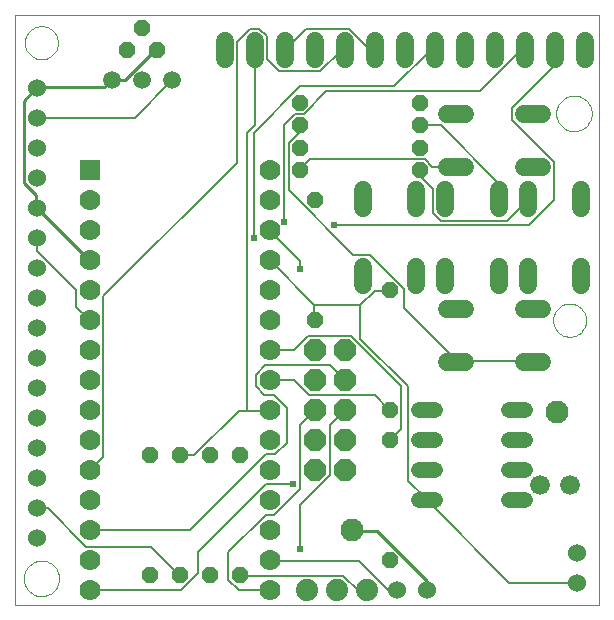
<source format=gbl>
G75*
%MOIN*%
%OFA0B0*%
%FSLAX24Y24*%
%IPPOS*%
%LPD*%
%AMOC8*
5,1,8,0,0,1.08239X$1,22.5*
%
%ADD10C,0.0000*%
%ADD11OC8,0.0520*%
%ADD12C,0.0600*%
%ADD13C,0.0594*%
%ADD14C,0.0594*%
%ADD15C,0.0600*%
%ADD16OC8,0.0740*%
%ADD17R,0.0700X0.0700*%
%ADD18C,0.0700*%
%ADD19C,0.0740*%
%ADD20C,0.0520*%
%ADD21C,0.0660*%
%ADD22C,0.0768*%
%ADD23C,0.0100*%
%ADD24C,0.0080*%
%ADD25C,0.0240*%
D10*
X000800Y002782D02*
X000800Y022467D01*
X020292Y022467D01*
X020292Y002782D01*
X000800Y002782D01*
X001103Y003676D02*
X001105Y003724D01*
X001111Y003772D01*
X001121Y003819D01*
X001134Y003865D01*
X001152Y003910D01*
X001172Y003954D01*
X001197Y003996D01*
X001225Y004035D01*
X001255Y004072D01*
X001289Y004106D01*
X001326Y004138D01*
X001364Y004167D01*
X001405Y004192D01*
X001448Y004214D01*
X001493Y004232D01*
X001539Y004246D01*
X001586Y004257D01*
X001634Y004264D01*
X001682Y004267D01*
X001730Y004266D01*
X001778Y004261D01*
X001826Y004252D01*
X001872Y004240D01*
X001917Y004223D01*
X001961Y004203D01*
X002003Y004180D01*
X002043Y004153D01*
X002081Y004123D01*
X002116Y004090D01*
X002148Y004054D01*
X002178Y004016D01*
X002204Y003975D01*
X002226Y003932D01*
X002246Y003888D01*
X002261Y003843D01*
X002273Y003796D01*
X002281Y003748D01*
X002285Y003700D01*
X002285Y003652D01*
X002281Y003604D01*
X002273Y003556D01*
X002261Y003509D01*
X002246Y003464D01*
X002226Y003420D01*
X002204Y003377D01*
X002178Y003336D01*
X002148Y003298D01*
X002116Y003262D01*
X002081Y003229D01*
X002043Y003199D01*
X002003Y003172D01*
X001961Y003149D01*
X001917Y003129D01*
X001872Y003112D01*
X001826Y003100D01*
X001778Y003091D01*
X001730Y003086D01*
X001682Y003085D01*
X001634Y003088D01*
X001586Y003095D01*
X001539Y003106D01*
X001493Y003120D01*
X001448Y003138D01*
X001405Y003160D01*
X001364Y003185D01*
X001326Y003214D01*
X001289Y003246D01*
X001255Y003280D01*
X001225Y003317D01*
X001197Y003356D01*
X001172Y003398D01*
X001152Y003442D01*
X001134Y003487D01*
X001121Y003533D01*
X001111Y003580D01*
X001105Y003628D01*
X001103Y003676D01*
X001143Y021532D02*
X001145Y021579D01*
X001151Y021625D01*
X001161Y021671D01*
X001174Y021716D01*
X001192Y021759D01*
X001213Y021801D01*
X001237Y021841D01*
X001265Y021878D01*
X001296Y021913D01*
X001330Y021946D01*
X001366Y021975D01*
X001405Y022001D01*
X001446Y022024D01*
X001489Y022043D01*
X001533Y022059D01*
X001578Y022071D01*
X001624Y022079D01*
X001671Y022083D01*
X001717Y022083D01*
X001764Y022079D01*
X001810Y022071D01*
X001855Y022059D01*
X001899Y022043D01*
X001942Y022024D01*
X001983Y022001D01*
X002022Y021975D01*
X002058Y021946D01*
X002092Y021913D01*
X002123Y021878D01*
X002151Y021841D01*
X002175Y021801D01*
X002196Y021759D01*
X002214Y021716D01*
X002227Y021671D01*
X002237Y021625D01*
X002243Y021579D01*
X002245Y021532D01*
X002243Y021485D01*
X002237Y021439D01*
X002227Y021393D01*
X002214Y021348D01*
X002196Y021305D01*
X002175Y021263D01*
X002151Y021223D01*
X002123Y021186D01*
X002092Y021151D01*
X002058Y021118D01*
X002022Y021089D01*
X001983Y021063D01*
X001942Y021040D01*
X001899Y021021D01*
X001855Y021005D01*
X001810Y020993D01*
X001764Y020985D01*
X001717Y020981D01*
X001671Y020981D01*
X001624Y020985D01*
X001578Y020993D01*
X001533Y021005D01*
X001489Y021021D01*
X001446Y021040D01*
X001405Y021063D01*
X001366Y021089D01*
X001330Y021118D01*
X001296Y021151D01*
X001265Y021186D01*
X001237Y021223D01*
X001213Y021263D01*
X001192Y021305D01*
X001174Y021348D01*
X001161Y021393D01*
X001151Y021439D01*
X001145Y021485D01*
X001143Y021532D01*
X018749Y012282D02*
X018751Y012329D01*
X018757Y012375D01*
X018767Y012421D01*
X018780Y012466D01*
X018798Y012509D01*
X018819Y012551D01*
X018843Y012591D01*
X018871Y012628D01*
X018902Y012663D01*
X018936Y012696D01*
X018972Y012725D01*
X019011Y012751D01*
X019052Y012774D01*
X019095Y012793D01*
X019139Y012809D01*
X019184Y012821D01*
X019230Y012829D01*
X019277Y012833D01*
X019323Y012833D01*
X019370Y012829D01*
X019416Y012821D01*
X019461Y012809D01*
X019505Y012793D01*
X019548Y012774D01*
X019589Y012751D01*
X019628Y012725D01*
X019664Y012696D01*
X019698Y012663D01*
X019729Y012628D01*
X019757Y012591D01*
X019781Y012551D01*
X019802Y012509D01*
X019820Y012466D01*
X019833Y012421D01*
X019843Y012375D01*
X019849Y012329D01*
X019851Y012282D01*
X019849Y012235D01*
X019843Y012189D01*
X019833Y012143D01*
X019820Y012098D01*
X019802Y012055D01*
X019781Y012013D01*
X019757Y011973D01*
X019729Y011936D01*
X019698Y011901D01*
X019664Y011868D01*
X019628Y011839D01*
X019589Y011813D01*
X019548Y011790D01*
X019505Y011771D01*
X019461Y011755D01*
X019416Y011743D01*
X019370Y011735D01*
X019323Y011731D01*
X019277Y011731D01*
X019230Y011735D01*
X019184Y011743D01*
X019139Y011755D01*
X019095Y011771D01*
X019052Y011790D01*
X019011Y011813D01*
X018972Y011839D01*
X018936Y011868D01*
X018902Y011901D01*
X018871Y011936D01*
X018843Y011973D01*
X018819Y012013D01*
X018798Y012055D01*
X018780Y012098D01*
X018767Y012143D01*
X018757Y012189D01*
X018751Y012235D01*
X018749Y012282D01*
X018853Y019176D02*
X018855Y019224D01*
X018861Y019272D01*
X018871Y019319D01*
X018884Y019365D01*
X018902Y019410D01*
X018922Y019454D01*
X018947Y019496D01*
X018975Y019535D01*
X019005Y019572D01*
X019039Y019606D01*
X019076Y019638D01*
X019114Y019667D01*
X019155Y019692D01*
X019198Y019714D01*
X019243Y019732D01*
X019289Y019746D01*
X019336Y019757D01*
X019384Y019764D01*
X019432Y019767D01*
X019480Y019766D01*
X019528Y019761D01*
X019576Y019752D01*
X019622Y019740D01*
X019667Y019723D01*
X019711Y019703D01*
X019753Y019680D01*
X019793Y019653D01*
X019831Y019623D01*
X019866Y019590D01*
X019898Y019554D01*
X019928Y019516D01*
X019954Y019475D01*
X019976Y019432D01*
X019996Y019388D01*
X020011Y019343D01*
X020023Y019296D01*
X020031Y019248D01*
X020035Y019200D01*
X020035Y019152D01*
X020031Y019104D01*
X020023Y019056D01*
X020011Y019009D01*
X019996Y018964D01*
X019976Y018920D01*
X019954Y018877D01*
X019928Y018836D01*
X019898Y018798D01*
X019866Y018762D01*
X019831Y018729D01*
X019793Y018699D01*
X019753Y018672D01*
X019711Y018649D01*
X019667Y018629D01*
X019622Y018612D01*
X019576Y018600D01*
X019528Y018591D01*
X019480Y018586D01*
X019432Y018585D01*
X019384Y018588D01*
X019336Y018595D01*
X019289Y018606D01*
X019243Y018620D01*
X019198Y018638D01*
X019155Y018660D01*
X019114Y018685D01*
X019076Y018714D01*
X019039Y018746D01*
X019005Y018780D01*
X018975Y018817D01*
X018947Y018856D01*
X018922Y018898D01*
X018902Y018942D01*
X018884Y018987D01*
X018871Y019033D01*
X018861Y019080D01*
X018855Y019128D01*
X018853Y019176D01*
D11*
X014300Y019532D03*
X014300Y018782D03*
X014300Y018032D03*
X014300Y017282D03*
X010800Y016282D03*
X010300Y017282D03*
X010300Y018032D03*
X010300Y018782D03*
X010300Y019532D03*
X005550Y021282D03*
X005050Y022032D03*
X004550Y021282D03*
X010800Y012282D03*
X013300Y013282D03*
X013300Y009282D03*
X013300Y008282D03*
X013300Y004282D03*
X008300Y003782D03*
X007300Y003782D03*
X006300Y003782D03*
X005300Y003782D03*
X005300Y007782D03*
X006300Y007782D03*
X007300Y007782D03*
X008300Y007782D03*
D12*
X013550Y003282D03*
X014550Y003282D03*
X019550Y003532D03*
X019550Y004532D03*
X001550Y005032D03*
X001550Y006032D03*
X001550Y007032D03*
X001550Y008032D03*
X001550Y009032D03*
X001550Y010032D03*
X001550Y011032D03*
X001550Y012032D03*
X001550Y013032D03*
X001550Y014032D03*
X001550Y015032D03*
X001550Y016032D03*
X001550Y017032D03*
X001550Y018032D03*
X001550Y019032D03*
X001550Y020032D03*
D13*
X004050Y020282D03*
X005050Y020282D03*
X006050Y020282D03*
D14*
X007800Y020985D02*
X007800Y021579D01*
X008800Y021579D02*
X008800Y020985D01*
X009800Y020985D02*
X009800Y021579D01*
X010800Y021579D02*
X010800Y020985D01*
X011800Y020985D02*
X011800Y021579D01*
X012800Y021579D02*
X012800Y020985D01*
X013800Y020985D02*
X013800Y021579D01*
X014800Y021579D02*
X014800Y020985D01*
X015800Y020985D02*
X015800Y021579D01*
X016800Y021579D02*
X016800Y020985D01*
X017800Y020985D02*
X017800Y021579D01*
X018800Y021579D02*
X018800Y020985D01*
X019800Y020985D02*
X019800Y021579D01*
D15*
X018380Y019172D02*
X017780Y019172D01*
X017780Y017392D02*
X018380Y017392D01*
X017910Y016612D02*
X017910Y016012D01*
X016940Y016012D02*
X016940Y016612D01*
X015820Y017392D02*
X015220Y017392D01*
X015160Y016612D02*
X015160Y016012D01*
X014190Y016012D02*
X014190Y016612D01*
X012410Y016612D02*
X012410Y016012D01*
X012410Y014052D02*
X012410Y013452D01*
X014190Y013452D02*
X014190Y014052D01*
X015160Y014052D02*
X015160Y013452D01*
X015220Y012672D02*
X015820Y012672D01*
X016940Y013452D02*
X016940Y014052D01*
X017910Y014052D02*
X017910Y013452D01*
X017780Y012672D02*
X018380Y012672D01*
X019690Y013452D02*
X019690Y014052D01*
X019690Y016012D02*
X019690Y016612D01*
X015820Y019172D02*
X015220Y019172D01*
X015220Y010892D02*
X015820Y010892D01*
X017780Y010892D02*
X018380Y010892D01*
D16*
X011800Y011282D03*
X010800Y011282D03*
X010800Y010282D03*
X010800Y009282D03*
X010800Y008282D03*
X010800Y007282D03*
X011800Y007282D03*
X011800Y008282D03*
X011800Y009282D03*
X011800Y010282D03*
D17*
X003300Y017282D03*
D18*
X003300Y016282D03*
X003300Y015282D03*
X003300Y014282D03*
X003300Y013282D03*
X003300Y012282D03*
X003300Y011282D03*
X003300Y010282D03*
X003300Y009282D03*
X003300Y008282D03*
X003300Y007282D03*
X003300Y006282D03*
X003300Y005282D03*
X003300Y004282D03*
X003300Y003282D03*
X009300Y003282D03*
X009300Y004282D03*
X009300Y005282D03*
X009300Y006282D03*
X009300Y007282D03*
X009300Y008282D03*
X009300Y009282D03*
X009300Y010282D03*
X009300Y011282D03*
X009300Y012282D03*
X009300Y013282D03*
X009300Y014282D03*
X009300Y015282D03*
X009300Y016282D03*
X009300Y017282D03*
D19*
X010550Y003282D03*
X011550Y003282D03*
X012550Y003282D03*
D20*
X014290Y006282D02*
X014810Y006282D01*
X014810Y007282D02*
X014290Y007282D01*
X014290Y008282D02*
X014810Y008282D01*
X014810Y009282D02*
X014290Y009282D01*
X017290Y009282D02*
X017810Y009282D01*
X017810Y008282D02*
X017290Y008282D01*
X017290Y007282D02*
X017810Y007282D01*
X017810Y006282D02*
X017290Y006282D01*
D21*
X018300Y006782D03*
X019300Y006782D03*
D22*
X018869Y009219D03*
X012050Y005282D03*
D23*
X012076Y005270D01*
X012863Y005270D01*
X014532Y003601D01*
X014532Y003286D01*
X014550Y003282D01*
X003300Y014282D02*
X003288Y014278D01*
X001556Y016010D01*
X001550Y016032D01*
X001524Y016073D01*
X001524Y016451D01*
X001115Y016861D01*
X001115Y019601D01*
X001524Y020010D01*
X001550Y020032D01*
X001556Y020042D01*
X003792Y020042D01*
X004013Y020262D01*
X004050Y020282D01*
X004076Y020294D01*
X004485Y020294D01*
X005461Y021270D01*
X005524Y021270D01*
X005550Y021282D01*
D24*
X006050Y020282D02*
X006028Y020262D01*
X004800Y019034D01*
X001556Y019034D01*
X001550Y019032D01*
X001550Y015032D02*
X001556Y015002D01*
X001556Y014593D01*
X002847Y013302D01*
X002847Y012735D01*
X003300Y012282D01*
X003761Y013081D02*
X003761Y007727D01*
X003320Y007286D01*
X003300Y007282D01*
X001902Y006026D02*
X003194Y004735D01*
X005335Y004735D01*
X006280Y003790D01*
X006300Y003782D01*
X006343Y003286D02*
X006910Y003853D01*
X006910Y004546D01*
X009178Y006813D01*
X010091Y006813D01*
X010312Y006656D02*
X010312Y008798D01*
X010784Y009270D01*
X010800Y009282D01*
X010627Y009774D02*
X012800Y009774D01*
X013272Y009302D01*
X013300Y009282D01*
X013682Y008672D02*
X013304Y008294D01*
X013300Y008282D01*
X013682Y008672D02*
X013682Y010089D01*
X012013Y011758D01*
X010595Y011758D01*
X010123Y011286D01*
X009304Y011286D01*
X009300Y011282D01*
X009146Y010782D02*
X011320Y010782D01*
X011792Y010309D01*
X011800Y010282D01*
X011800Y009282D02*
X011792Y009270D01*
X011320Y008798D01*
X011320Y007128D01*
X010312Y006120D01*
X010312Y004640D01*
X009300Y004282D02*
X009304Y004262D01*
X012265Y004262D01*
X013241Y003286D01*
X013524Y003286D01*
X013550Y003282D01*
X012550Y003282D02*
X012548Y003286D01*
X012233Y003286D01*
X011761Y003758D01*
X008328Y003758D01*
X008300Y003782D01*
X007918Y003632D02*
X008265Y003286D01*
X009272Y003286D01*
X009300Y003282D01*
X007918Y003632D02*
X007918Y004546D01*
X009178Y005805D01*
X009461Y005805D01*
X010312Y006656D01*
X009493Y007821D02*
X009178Y007821D01*
X006658Y005302D01*
X003320Y005302D01*
X003300Y005282D01*
X001902Y006026D02*
X001556Y006026D01*
X001550Y006032D01*
X003300Y003282D02*
X003320Y003286D01*
X006343Y003286D01*
X006300Y007782D02*
X006312Y007790D01*
X006784Y007790D01*
X008265Y009270D01*
X008548Y009270D01*
X008548Y018530D01*
X008800Y018782D01*
X008800Y021282D01*
X009209Y020987D02*
X009209Y021742D01*
X008957Y021994D01*
X008643Y021994D01*
X008202Y021553D01*
X008202Y017522D01*
X003761Y013081D01*
X008548Y009270D02*
X009272Y009270D01*
X009300Y009282D01*
X009430Y009805D02*
X009115Y009805D01*
X008831Y010089D01*
X008831Y010467D01*
X009146Y010782D01*
X009300Y010282D02*
X009304Y010278D01*
X010123Y010278D01*
X010627Y009774D01*
X009871Y009365D02*
X009430Y009805D01*
X009871Y009365D02*
X009871Y008199D01*
X009493Y007821D01*
X012328Y011664D02*
X013902Y010089D01*
X013902Y006939D01*
X014532Y006309D01*
X014550Y006282D01*
X014564Y006246D01*
X017272Y003538D01*
X019540Y003538D01*
X019550Y003532D01*
X018080Y010892D02*
X018060Y010908D01*
X015540Y010908D01*
X015520Y010892D01*
X015540Y010939D01*
X013776Y012703D01*
X013776Y013333D01*
X012643Y014467D01*
X012076Y014467D01*
X009934Y016609D01*
X009934Y018183D01*
X010280Y018530D01*
X010280Y018782D01*
X010300Y018782D01*
X010438Y019160D02*
X010154Y019160D01*
X009776Y018782D01*
X009776Y015569D01*
X009300Y015282D02*
X009304Y015254D01*
X010312Y014246D01*
X010312Y013994D01*
X009300Y014282D02*
X010784Y012798D01*
X012328Y012798D01*
X012328Y011664D01*
X012328Y012798D02*
X012800Y013270D01*
X013272Y013270D01*
X013300Y013282D01*
X011446Y015443D02*
X017934Y015443D01*
X018784Y016294D01*
X018784Y017553D01*
X017367Y018971D01*
X017367Y019349D01*
X018784Y020766D01*
X018784Y021270D01*
X018800Y021282D01*
X017800Y021282D02*
X017776Y021270D01*
X017650Y021270D01*
X016296Y019916D01*
X011194Y019916D01*
X010438Y019160D01*
X010312Y020073D02*
X008769Y018530D01*
X008769Y015034D01*
X010300Y017282D02*
X010312Y017302D01*
X010658Y017648D01*
X014469Y017648D01*
X014721Y017396D01*
X015509Y017396D01*
X015520Y017392D01*
X014753Y016640D02*
X014753Y015853D01*
X015005Y015601D01*
X017209Y015601D01*
X017902Y016294D01*
X017910Y016312D01*
X016940Y016312D02*
X016926Y016325D01*
X016926Y016861D01*
X015005Y018782D01*
X014300Y018782D01*
X013461Y020073D02*
X010312Y020073D01*
X010973Y020577D02*
X009619Y020577D01*
X009209Y020987D01*
X009800Y021282D02*
X009808Y021302D01*
X010501Y021994D01*
X011950Y021994D01*
X012643Y021302D01*
X012800Y021302D01*
X012800Y021282D01*
X011800Y021282D02*
X011792Y021270D01*
X011666Y021270D01*
X010973Y020577D01*
X013461Y020073D02*
X014658Y021270D01*
X014784Y021270D01*
X014800Y021282D01*
X014300Y017282D02*
X014312Y017270D01*
X014312Y017081D01*
X014753Y016640D01*
X010784Y012798D02*
X010784Y012294D01*
X010800Y012282D01*
D25*
X010312Y013994D03*
X011446Y015443D03*
X009776Y015569D03*
X008769Y015034D03*
X010091Y006813D03*
X010312Y004640D03*
M02*

</source>
